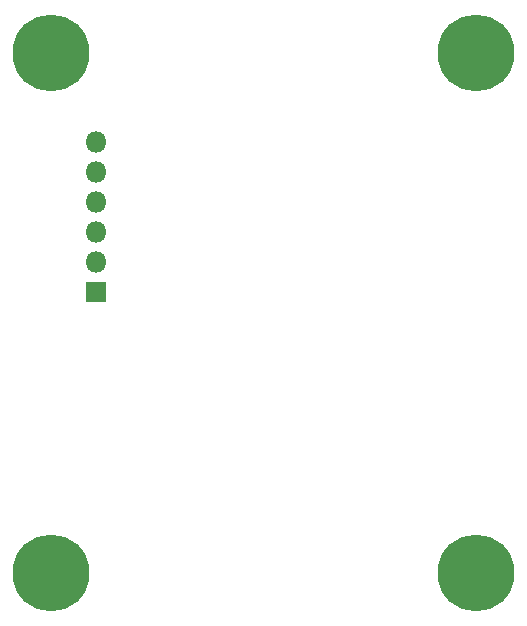
<source format=gbr>
%TF.GenerationSoftware,KiCad,Pcbnew,5.1.6-1.fc32*%
%TF.CreationDate,2020-08-22T09:30:13+02:00*%
%TF.ProjectId,pm_monitor_1,706d5f6d-6f6e-4697-946f-725f312e6b69,rev?*%
%TF.SameCoordinates,Original*%
%TF.FileFunction,Soldermask,Bot*%
%TF.FilePolarity,Negative*%
%FSLAX46Y46*%
G04 Gerber Fmt 4.6, Leading zero omitted, Abs format (unit mm)*
G04 Created by KiCad (PCBNEW 5.1.6-1.fc32) date 2020-08-22 09:30:13*
%MOMM*%
%LPD*%
G01*
G04 APERTURE LIST*
%ADD10C,6.500000*%
%ADD11O,1.800000X1.800000*%
%ADD12R,1.800000X1.800000*%
G04 APERTURE END LIST*
D10*
%TO.C,H4*%
X90000000Y-98000000D03*
%TD*%
%TO.C,H3*%
X90000000Y-54000000D03*
%TD*%
%TO.C,H2*%
X54000000Y-98000000D03*
%TD*%
%TO.C,H1*%
X54000000Y-54000000D03*
%TD*%
D11*
%TO.C,J3*%
X57800000Y-61500000D03*
X57800000Y-64040000D03*
X57800000Y-66580000D03*
X57800000Y-69120000D03*
X57800000Y-71660000D03*
D12*
X57800000Y-74200000D03*
%TD*%
M02*

</source>
